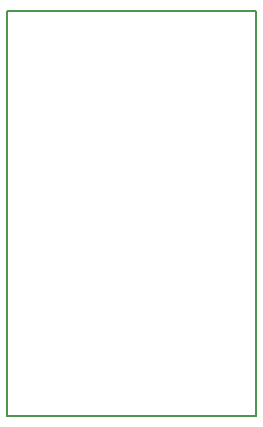
<source format=gko>
G04 #@! TF.FileFunction,Profile,NP*
%FSLAX46Y46*%
G04 Gerber Fmt 4.6, Leading zero omitted, Abs format (unit mm)*
G04 Created by KiCad (PCBNEW 4.0.6+dfsg1-1) date Mon Feb 26 15:43:31 2018*
%MOMM*%
%LPD*%
G01*
G04 APERTURE LIST*
%ADD10C,0.100000*%
%ADD11C,0.150000*%
G04 APERTURE END LIST*
D10*
D11*
X76200Y76200D02*
X838200Y76200D01*
X76200Y34366200D02*
X76200Y76200D01*
X21158200Y34366200D02*
X76200Y34366200D01*
X21158200Y76200D02*
X21158200Y34366200D01*
X838200Y76200D02*
X21158200Y76200D01*
M02*

</source>
